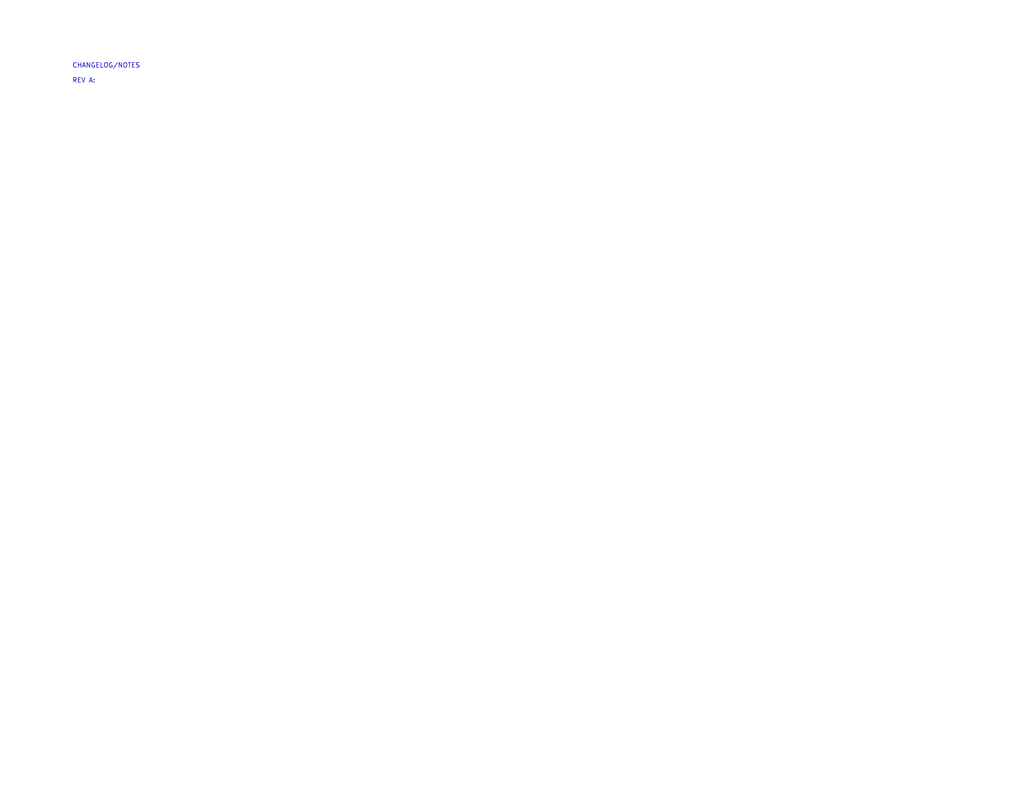
<source format=kicad_sch>
(kicad_sch (version 20211123) (generator eeschema)
  (paper "USLetter")
  (title_block (title "Main"))
  (lib_symbols)
  (text "CHANGELOG/NOTES\n\nREV A: " (at 19.685 22.86 0) (effects (font (size 1.27 1.27)) (justify left bottom)))
)
</source>
